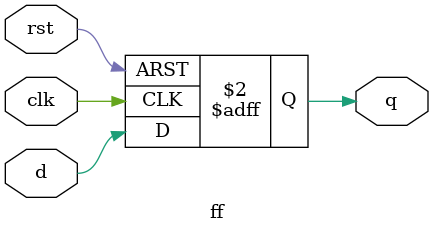
<source format=v>
module ff (
    input wire clk,    // Clock signal
    input wire rst,    // Reset signal (asynchronous)
    input wire d,      // Data input
    output reg q       // Data output
);

    // D flip-flop with asynchronous reset
    always @(posedge clk or posedge rst) begin
        if (rst) begin
            q <= 1'b0;  // Initialize output to 0 on reset
        end else begin
            q <= d;     // Transfer input to output on clock rising edge
        end
    end

endmodule

</source>
